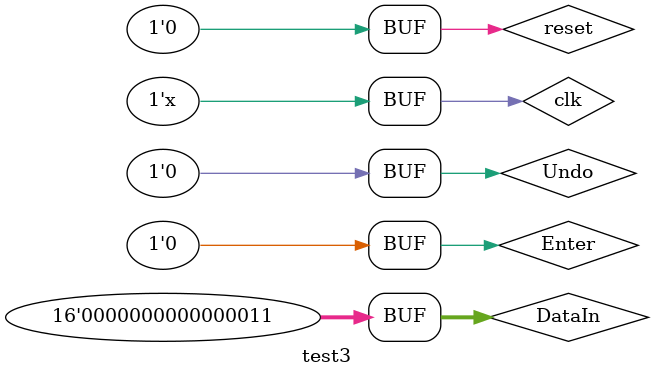
<source format=sv>
`timescale 1ns / 1ps

module test3 ();
    logic clk, reset;
    logic Enter;
    logic Undo;
    logic [15:0] DataIn;
    logic [4:0] Flags;
    logic [2:0] Status;
    logic [6:0] Segments;
    logic [7:0] Anodes;
    
    
    S7_actividad3 DUT(.clk(clk),
                      .reset(reset),
                      .Enter(Enter),
                      .Undo(Undo),
                      .DataIn(DataIn),
                      .Flags(Flags),
                      .Status(Status),
                      .Segments(Segments),
                      .Anodes(Anodes));
    
    always #7 clk = ~clk;
    initial begin 
    reset= 1;
    clk = 1;
    Enter= 0;
    Undo = 0;
    
    #8 reset = 0;
        DataIn = 15'ha;
        
    #30 Enter = 1;
    #25 Enter = 0;
    
    //#10 DataIn = 15'h3;
    #40 DataIn = 15'h7;
    
    
    
    
    #30 Enter = 1;
    #25 Enter = 0;
    
    //#20 DataIn = 15'h2;
    
    
    #35 Undo = 1;
    #15 Undo = 0;
    
    
    #10 DataIn = 15'h2;
    
    #30 Enter = 1;
    #15 Enter = 0;
    
    #60 DataIn = 15'h3;
    
    #38 Enter = 1;
    #17 Enter = 0;
    
    
    #120 Enter = 1;
    #17 Enter = 0;
    
 
    
  
    end       
endmodule
</source>
